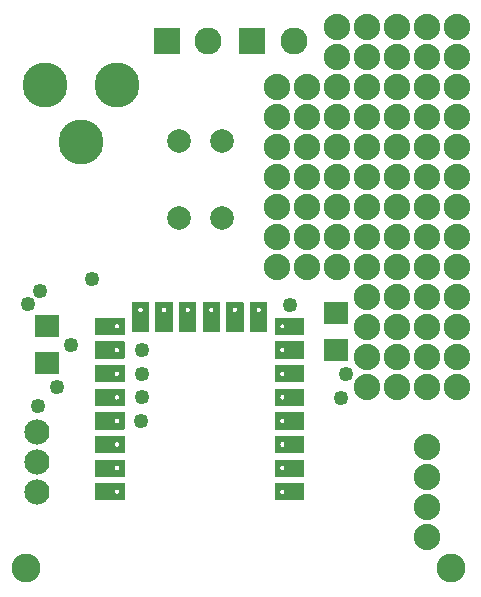
<source format=gbs>
G04 MADE WITH FRITZING*
G04 WWW.FRITZING.ORG*
G04 DOUBLE SIDED*
G04 HOLES PLATED*
G04 CONTOUR ON CENTER OF CONTOUR VECTOR*
%ASAXBY*%
%FSLAX23Y23*%
%MOIN*%
%OFA0B0*%
%SFA1.0B1.0*%
%ADD10C,0.078889*%
%ADD11C,0.088000*%
%ADD12C,0.049370*%
%ADD13C,0.096614*%
%ADD14C,0.084000*%
%ADD15C,0.150000*%
%ADD16C,0.090000*%
%ADD17R,0.090000X0.090000*%
%ADD18R,0.084803X0.072992*%
%ADD19R,0.001000X0.001000*%
%LNMASK0*%
G90*
G70*
G54D10*
X728Y1501D03*
X728Y1245D03*
X584Y1501D03*
X584Y1245D03*
G54D11*
X1411Y1881D03*
X1411Y1781D03*
X1411Y1681D03*
X1411Y1581D03*
X1411Y1481D03*
X1411Y1381D03*
X1411Y1281D03*
X1411Y1181D03*
X1411Y1081D03*
X1411Y981D03*
X1411Y881D03*
X1411Y781D03*
X1411Y681D03*
X1411Y1881D03*
X1411Y1781D03*
X1411Y1681D03*
X1411Y1581D03*
X1411Y1481D03*
X1411Y1381D03*
X1411Y1281D03*
X1411Y1181D03*
X1411Y1081D03*
X1411Y981D03*
X1411Y881D03*
X1411Y781D03*
X1411Y681D03*
X1311Y681D03*
X1311Y781D03*
X1311Y881D03*
X1311Y981D03*
X1311Y1081D03*
X1311Y1181D03*
X1311Y1281D03*
X1311Y1381D03*
X1311Y1481D03*
X1311Y1581D03*
X1311Y1681D03*
X1311Y1781D03*
X1311Y1881D03*
X1411Y1881D03*
X1411Y1781D03*
X1411Y1681D03*
X1411Y1581D03*
X1411Y1481D03*
X1411Y1381D03*
X1411Y1281D03*
X1411Y1181D03*
X1411Y1081D03*
X1411Y981D03*
X1411Y881D03*
X1411Y781D03*
X1411Y681D03*
X1411Y1881D03*
X1411Y1781D03*
X1411Y1681D03*
X1411Y1581D03*
X1411Y1481D03*
X1411Y1381D03*
X1411Y1281D03*
X1411Y1181D03*
X1411Y1081D03*
X1411Y981D03*
X1411Y881D03*
X1411Y781D03*
X1411Y681D03*
X1311Y681D03*
X1311Y781D03*
X1311Y881D03*
X1311Y981D03*
X1311Y1081D03*
X1311Y1181D03*
X1311Y1281D03*
X1311Y1381D03*
X1311Y1481D03*
X1311Y1581D03*
X1311Y1681D03*
X1311Y1781D03*
X1311Y1881D03*
X1211Y1881D03*
X1211Y1781D03*
X1211Y1681D03*
X1211Y1581D03*
X1211Y1481D03*
X1211Y1381D03*
X1211Y1281D03*
X1211Y1181D03*
X1211Y1081D03*
X1211Y981D03*
X1211Y881D03*
X1211Y781D03*
X1211Y681D03*
X1211Y1881D03*
X1211Y1781D03*
X1211Y1681D03*
X1211Y1581D03*
X1211Y1481D03*
X1211Y1381D03*
X1211Y1281D03*
X1211Y1181D03*
X1211Y1081D03*
X1211Y981D03*
X1211Y881D03*
X1211Y781D03*
X1211Y681D03*
X1111Y1881D03*
X1111Y1781D03*
X1111Y1681D03*
X1111Y1581D03*
X1111Y1481D03*
X1111Y1381D03*
X1111Y1281D03*
X1111Y1181D03*
X1111Y1081D03*
X1111Y1881D03*
X1111Y1781D03*
X1111Y1681D03*
X1111Y1581D03*
X1111Y1481D03*
X1111Y1381D03*
X1111Y1281D03*
X1111Y1181D03*
X1111Y1081D03*
X1511Y1881D03*
X1511Y1781D03*
X1511Y1681D03*
X1511Y1581D03*
X1511Y1481D03*
X1511Y1381D03*
X1511Y1281D03*
X1511Y1181D03*
X1511Y1081D03*
X1511Y981D03*
X1511Y881D03*
X1511Y781D03*
X1511Y681D03*
X1511Y1881D03*
X1511Y1781D03*
X1511Y1681D03*
X1511Y1581D03*
X1511Y1481D03*
X1511Y1381D03*
X1511Y1281D03*
X1511Y1181D03*
X1511Y1081D03*
X1511Y981D03*
X1511Y881D03*
X1511Y781D03*
X1511Y681D03*
X1011Y1681D03*
X1011Y1581D03*
X1011Y1481D03*
X1011Y1381D03*
X1011Y1281D03*
X1011Y1181D03*
X1011Y1081D03*
X1011Y1681D03*
X1011Y1581D03*
X1011Y1481D03*
X1011Y1381D03*
X1011Y1281D03*
X1011Y1181D03*
X1011Y1081D03*
X911Y1081D03*
X911Y1181D03*
X911Y1281D03*
X911Y1381D03*
X911Y1481D03*
X911Y1581D03*
X911Y1681D03*
X1011Y1681D03*
X1011Y1581D03*
X1011Y1481D03*
X1011Y1381D03*
X1011Y1281D03*
X1011Y1181D03*
X1011Y1081D03*
X1011Y1681D03*
X1011Y1581D03*
X1011Y1481D03*
X1011Y1381D03*
X1011Y1281D03*
X1011Y1181D03*
X1011Y1081D03*
X911Y1081D03*
X911Y1181D03*
X911Y1281D03*
X911Y1381D03*
X911Y1481D03*
X911Y1581D03*
X911Y1681D03*
G54D12*
X1141Y725D03*
X178Y681D03*
X123Y1001D03*
X224Y823D03*
X294Y1041D03*
X114Y620D03*
X83Y959D03*
G54D11*
X1411Y483D03*
X1411Y383D03*
X1411Y283D03*
X1411Y183D03*
G54D12*
X461Y726D03*
X461Y649D03*
X459Y568D03*
X461Y806D03*
G54D13*
X1491Y78D03*
X75Y80D03*
G54D14*
X112Y531D03*
X112Y431D03*
X112Y331D03*
G54D15*
X379Y1690D03*
X139Y1690D03*
X259Y1500D03*
G54D16*
X829Y1835D03*
X967Y1835D03*
X545Y1834D03*
X683Y1834D03*
G54D12*
X1125Y646D03*
X954Y954D03*
G54D17*
X829Y1835D03*
X545Y1834D03*
G54D18*
X1110Y928D03*
X1110Y806D03*
X144Y884D03*
X144Y762D03*
G54D19*
X429Y964D02*
X485Y964D01*
X507Y964D02*
X563Y964D01*
X586Y964D02*
X642Y964D01*
X665Y964D02*
X721Y964D01*
X743Y964D02*
X799Y964D01*
X822Y964D02*
X878Y964D01*
X428Y963D02*
X485Y963D01*
X507Y963D02*
X563Y963D01*
X586Y963D02*
X642Y963D01*
X665Y963D02*
X721Y963D01*
X743Y963D02*
X800Y963D01*
X822Y963D02*
X878Y963D01*
X428Y962D02*
X485Y962D01*
X507Y962D02*
X563Y962D01*
X586Y962D02*
X642Y962D01*
X665Y962D02*
X721Y962D01*
X743Y962D02*
X800Y962D01*
X822Y962D02*
X878Y962D01*
X428Y961D02*
X485Y961D01*
X507Y961D02*
X563Y961D01*
X586Y961D02*
X642Y961D01*
X665Y961D02*
X721Y961D01*
X743Y961D02*
X800Y961D01*
X822Y961D02*
X878Y961D01*
X428Y960D02*
X485Y960D01*
X507Y960D02*
X563Y960D01*
X586Y960D02*
X642Y960D01*
X665Y960D02*
X721Y960D01*
X743Y960D02*
X800Y960D01*
X822Y960D02*
X878Y960D01*
X428Y959D02*
X485Y959D01*
X507Y959D02*
X563Y959D01*
X586Y959D02*
X642Y959D01*
X665Y959D02*
X721Y959D01*
X743Y959D02*
X800Y959D01*
X822Y959D02*
X878Y959D01*
X428Y958D02*
X485Y958D01*
X507Y958D02*
X563Y958D01*
X586Y958D02*
X642Y958D01*
X665Y958D02*
X721Y958D01*
X743Y958D02*
X800Y958D01*
X822Y958D02*
X878Y958D01*
X428Y957D02*
X485Y957D01*
X507Y957D02*
X563Y957D01*
X586Y957D02*
X642Y957D01*
X665Y957D02*
X721Y957D01*
X743Y957D02*
X800Y957D01*
X822Y957D02*
X878Y957D01*
X428Y956D02*
X485Y956D01*
X507Y956D02*
X563Y956D01*
X586Y956D02*
X642Y956D01*
X665Y956D02*
X721Y956D01*
X743Y956D02*
X800Y956D01*
X822Y956D02*
X878Y956D01*
X428Y955D02*
X485Y955D01*
X507Y955D02*
X563Y955D01*
X586Y955D02*
X642Y955D01*
X665Y955D02*
X721Y955D01*
X743Y955D02*
X800Y955D01*
X822Y955D02*
X878Y955D01*
X428Y954D02*
X485Y954D01*
X507Y954D02*
X563Y954D01*
X586Y954D02*
X642Y954D01*
X665Y954D02*
X721Y954D01*
X743Y954D02*
X800Y954D01*
X822Y954D02*
X878Y954D01*
X428Y953D02*
X485Y953D01*
X507Y953D02*
X563Y953D01*
X586Y953D02*
X642Y953D01*
X665Y953D02*
X721Y953D01*
X743Y953D02*
X800Y953D01*
X822Y953D02*
X878Y953D01*
X428Y952D02*
X485Y952D01*
X507Y952D02*
X563Y952D01*
X586Y952D02*
X642Y952D01*
X665Y952D02*
X721Y952D01*
X743Y952D02*
X800Y952D01*
X822Y952D02*
X878Y952D01*
X428Y951D02*
X485Y951D01*
X507Y951D02*
X563Y951D01*
X586Y951D02*
X642Y951D01*
X665Y951D02*
X721Y951D01*
X743Y951D02*
X800Y951D01*
X822Y951D02*
X878Y951D01*
X428Y950D02*
X485Y950D01*
X507Y950D02*
X563Y950D01*
X586Y950D02*
X642Y950D01*
X665Y950D02*
X721Y950D01*
X743Y950D02*
X800Y950D01*
X822Y950D02*
X878Y950D01*
X428Y949D02*
X485Y949D01*
X507Y949D02*
X563Y949D01*
X586Y949D02*
X642Y949D01*
X665Y949D02*
X721Y949D01*
X743Y949D02*
X800Y949D01*
X822Y949D02*
X878Y949D01*
X428Y948D02*
X485Y948D01*
X507Y948D02*
X563Y948D01*
X586Y948D02*
X642Y948D01*
X665Y948D02*
X721Y948D01*
X743Y948D02*
X800Y948D01*
X822Y948D02*
X878Y948D01*
X428Y947D02*
X485Y947D01*
X507Y947D02*
X563Y947D01*
X586Y947D02*
X642Y947D01*
X665Y947D02*
X721Y947D01*
X743Y947D02*
X800Y947D01*
X822Y947D02*
X878Y947D01*
X428Y946D02*
X454Y946D01*
X459Y946D02*
X485Y946D01*
X507Y946D02*
X532Y946D01*
X538Y946D02*
X563Y946D01*
X586Y946D02*
X611Y946D01*
X617Y946D02*
X642Y946D01*
X665Y946D02*
X690Y946D01*
X696Y946D02*
X721Y946D01*
X743Y946D02*
X769Y946D01*
X774Y946D02*
X800Y946D01*
X822Y946D02*
X847Y946D01*
X853Y946D02*
X878Y946D01*
X428Y945D02*
X451Y945D01*
X462Y945D02*
X485Y945D01*
X507Y945D02*
X530Y945D01*
X540Y945D02*
X563Y945D01*
X586Y945D02*
X609Y945D01*
X619Y945D02*
X642Y945D01*
X665Y945D02*
X688Y945D01*
X698Y945D02*
X721Y945D01*
X743Y945D02*
X766Y945D01*
X776Y945D02*
X800Y945D01*
X822Y945D02*
X845Y945D01*
X855Y945D02*
X878Y945D01*
X428Y944D02*
X450Y944D01*
X463Y944D02*
X485Y944D01*
X507Y944D02*
X529Y944D01*
X541Y944D02*
X563Y944D01*
X586Y944D02*
X608Y944D01*
X620Y944D02*
X642Y944D01*
X665Y944D02*
X687Y944D01*
X699Y944D02*
X721Y944D01*
X743Y944D02*
X765Y944D01*
X778Y944D02*
X800Y944D01*
X822Y944D02*
X844Y944D01*
X856Y944D02*
X878Y944D01*
X428Y943D02*
X450Y943D01*
X463Y943D02*
X485Y943D01*
X507Y943D02*
X528Y943D01*
X542Y943D02*
X563Y943D01*
X586Y943D02*
X607Y943D01*
X621Y943D02*
X642Y943D01*
X665Y943D02*
X686Y943D01*
X700Y943D02*
X721Y943D01*
X743Y943D02*
X765Y943D01*
X778Y943D02*
X800Y943D01*
X822Y943D02*
X843Y943D01*
X857Y943D02*
X878Y943D01*
X428Y942D02*
X449Y942D01*
X464Y942D02*
X485Y942D01*
X507Y942D02*
X528Y942D01*
X543Y942D02*
X563Y942D01*
X586Y942D02*
X607Y942D01*
X621Y942D02*
X642Y942D01*
X665Y942D02*
X685Y942D01*
X700Y942D02*
X721Y942D01*
X743Y942D02*
X764Y942D01*
X779Y942D02*
X800Y942D01*
X822Y942D02*
X843Y942D01*
X857Y942D02*
X878Y942D01*
X428Y941D02*
X449Y941D01*
X464Y941D02*
X485Y941D01*
X507Y941D02*
X528Y941D01*
X543Y941D02*
X563Y941D01*
X586Y941D02*
X607Y941D01*
X621Y941D02*
X642Y941D01*
X665Y941D02*
X685Y941D01*
X700Y941D02*
X721Y941D01*
X743Y941D02*
X764Y941D01*
X779Y941D02*
X800Y941D01*
X822Y941D02*
X843Y941D01*
X858Y941D02*
X878Y941D01*
X428Y940D02*
X449Y940D01*
X464Y940D02*
X485Y940D01*
X507Y940D02*
X528Y940D01*
X543Y940D02*
X563Y940D01*
X586Y940D02*
X606Y940D01*
X622Y940D02*
X642Y940D01*
X665Y940D02*
X685Y940D01*
X700Y940D02*
X721Y940D01*
X743Y940D02*
X764Y940D01*
X779Y940D02*
X800Y940D01*
X822Y940D02*
X842Y940D01*
X858Y940D02*
X878Y940D01*
X428Y939D02*
X449Y939D01*
X464Y939D02*
X485Y939D01*
X507Y939D02*
X528Y939D01*
X543Y939D02*
X563Y939D01*
X586Y939D02*
X606Y939D01*
X622Y939D02*
X642Y939D01*
X665Y939D02*
X685Y939D01*
X700Y939D02*
X721Y939D01*
X743Y939D02*
X764Y939D01*
X779Y939D02*
X800Y939D01*
X822Y939D02*
X842Y939D01*
X858Y939D02*
X878Y939D01*
X428Y938D02*
X449Y938D01*
X464Y938D02*
X485Y938D01*
X507Y938D02*
X528Y938D01*
X543Y938D02*
X563Y938D01*
X586Y938D02*
X606Y938D01*
X622Y938D02*
X642Y938D01*
X665Y938D02*
X685Y938D01*
X700Y938D02*
X721Y938D01*
X743Y938D02*
X764Y938D01*
X779Y938D02*
X800Y938D01*
X822Y938D02*
X843Y938D01*
X858Y938D02*
X878Y938D01*
X428Y937D02*
X449Y937D01*
X464Y937D02*
X485Y937D01*
X507Y937D02*
X528Y937D01*
X543Y937D02*
X563Y937D01*
X586Y937D02*
X607Y937D01*
X621Y937D02*
X642Y937D01*
X665Y937D02*
X685Y937D01*
X700Y937D02*
X721Y937D01*
X743Y937D02*
X764Y937D01*
X779Y937D02*
X800Y937D01*
X822Y937D02*
X843Y937D01*
X858Y937D02*
X878Y937D01*
X428Y936D02*
X449Y936D01*
X464Y936D02*
X485Y936D01*
X507Y936D02*
X528Y936D01*
X542Y936D02*
X563Y936D01*
X586Y936D02*
X607Y936D01*
X621Y936D02*
X642Y936D01*
X665Y936D02*
X686Y936D01*
X700Y936D02*
X721Y936D01*
X743Y936D02*
X764Y936D01*
X779Y936D02*
X800Y936D01*
X822Y936D02*
X843Y936D01*
X857Y936D02*
X878Y936D01*
X428Y935D02*
X450Y935D01*
X463Y935D02*
X485Y935D01*
X507Y935D02*
X529Y935D01*
X542Y935D02*
X563Y935D01*
X586Y935D02*
X607Y935D01*
X621Y935D02*
X642Y935D01*
X665Y935D02*
X686Y935D01*
X699Y935D02*
X721Y935D01*
X743Y935D02*
X765Y935D01*
X778Y935D02*
X800Y935D01*
X822Y935D02*
X843Y935D01*
X857Y935D02*
X878Y935D01*
X428Y934D02*
X451Y934D01*
X463Y934D02*
X485Y934D01*
X507Y934D02*
X529Y934D01*
X541Y934D02*
X563Y934D01*
X586Y934D02*
X608Y934D01*
X620Y934D02*
X642Y934D01*
X665Y934D02*
X687Y934D01*
X699Y934D02*
X721Y934D01*
X743Y934D02*
X765Y934D01*
X777Y934D02*
X800Y934D01*
X822Y934D02*
X844Y934D01*
X856Y934D02*
X878Y934D01*
X428Y933D02*
X452Y933D01*
X461Y933D02*
X485Y933D01*
X507Y933D02*
X531Y933D01*
X540Y933D02*
X563Y933D01*
X586Y933D02*
X609Y933D01*
X619Y933D02*
X642Y933D01*
X665Y933D02*
X688Y933D01*
X697Y933D02*
X721Y933D01*
X743Y933D02*
X767Y933D01*
X776Y933D02*
X800Y933D01*
X822Y933D02*
X845Y933D01*
X855Y933D02*
X878Y933D01*
X428Y932D02*
X485Y932D01*
X507Y932D02*
X563Y932D01*
X586Y932D02*
X642Y932D01*
X665Y932D02*
X721Y932D01*
X743Y932D02*
X800Y932D01*
X822Y932D02*
X878Y932D01*
X428Y931D02*
X485Y931D01*
X507Y931D02*
X563Y931D01*
X586Y931D02*
X642Y931D01*
X665Y931D02*
X721Y931D01*
X743Y931D02*
X800Y931D01*
X822Y931D02*
X878Y931D01*
X428Y930D02*
X485Y930D01*
X507Y930D02*
X563Y930D01*
X586Y930D02*
X642Y930D01*
X665Y930D02*
X721Y930D01*
X743Y930D02*
X800Y930D01*
X822Y930D02*
X878Y930D01*
X428Y929D02*
X485Y929D01*
X507Y929D02*
X563Y929D01*
X586Y929D02*
X642Y929D01*
X665Y929D02*
X721Y929D01*
X743Y929D02*
X800Y929D01*
X822Y929D02*
X878Y929D01*
X428Y928D02*
X485Y928D01*
X507Y928D02*
X563Y928D01*
X586Y928D02*
X642Y928D01*
X665Y928D02*
X721Y928D01*
X743Y928D02*
X800Y928D01*
X822Y928D02*
X878Y928D01*
X428Y927D02*
X485Y927D01*
X507Y927D02*
X563Y927D01*
X586Y927D02*
X642Y927D01*
X665Y927D02*
X721Y927D01*
X743Y927D02*
X800Y927D01*
X822Y927D02*
X878Y927D01*
X428Y926D02*
X485Y926D01*
X507Y926D02*
X563Y926D01*
X586Y926D02*
X642Y926D01*
X665Y926D02*
X721Y926D01*
X743Y926D02*
X800Y926D01*
X822Y926D02*
X878Y926D01*
X428Y925D02*
X485Y925D01*
X507Y925D02*
X563Y925D01*
X586Y925D02*
X642Y925D01*
X665Y925D02*
X721Y925D01*
X743Y925D02*
X800Y925D01*
X822Y925D02*
X878Y925D01*
X428Y924D02*
X485Y924D01*
X507Y924D02*
X563Y924D01*
X586Y924D02*
X642Y924D01*
X665Y924D02*
X721Y924D01*
X743Y924D02*
X800Y924D01*
X822Y924D02*
X878Y924D01*
X428Y923D02*
X485Y923D01*
X507Y923D02*
X563Y923D01*
X586Y923D02*
X642Y923D01*
X665Y923D02*
X721Y923D01*
X743Y923D02*
X800Y923D01*
X822Y923D02*
X878Y923D01*
X428Y922D02*
X485Y922D01*
X507Y922D02*
X563Y922D01*
X586Y922D02*
X642Y922D01*
X665Y922D02*
X721Y922D01*
X743Y922D02*
X800Y922D01*
X822Y922D02*
X878Y922D01*
X428Y921D02*
X485Y921D01*
X507Y921D02*
X563Y921D01*
X586Y921D02*
X642Y921D01*
X665Y921D02*
X721Y921D01*
X743Y921D02*
X800Y921D01*
X822Y921D02*
X878Y921D01*
X428Y920D02*
X485Y920D01*
X507Y920D02*
X563Y920D01*
X586Y920D02*
X642Y920D01*
X665Y920D02*
X721Y920D01*
X743Y920D02*
X800Y920D01*
X822Y920D02*
X878Y920D01*
X428Y919D02*
X485Y919D01*
X507Y919D02*
X563Y919D01*
X586Y919D02*
X642Y919D01*
X665Y919D02*
X721Y919D01*
X743Y919D02*
X800Y919D01*
X822Y919D02*
X878Y919D01*
X428Y918D02*
X485Y918D01*
X507Y918D02*
X563Y918D01*
X586Y918D02*
X642Y918D01*
X665Y918D02*
X721Y918D01*
X743Y918D02*
X800Y918D01*
X822Y918D02*
X878Y918D01*
X428Y917D02*
X485Y917D01*
X507Y917D02*
X563Y917D01*
X586Y917D02*
X642Y917D01*
X665Y917D02*
X721Y917D01*
X743Y917D02*
X800Y917D01*
X822Y917D02*
X878Y917D01*
X428Y916D02*
X485Y916D01*
X507Y916D02*
X563Y916D01*
X586Y916D02*
X642Y916D01*
X665Y916D02*
X721Y916D01*
X743Y916D02*
X800Y916D01*
X822Y916D02*
X878Y916D01*
X428Y915D02*
X485Y915D01*
X507Y915D02*
X563Y915D01*
X586Y915D02*
X642Y915D01*
X665Y915D02*
X721Y915D01*
X743Y915D02*
X800Y915D01*
X822Y915D02*
X878Y915D01*
X428Y914D02*
X485Y914D01*
X507Y914D02*
X563Y914D01*
X586Y914D02*
X642Y914D01*
X665Y914D02*
X721Y914D01*
X743Y914D02*
X800Y914D01*
X822Y914D02*
X878Y914D01*
X428Y913D02*
X485Y913D01*
X507Y913D02*
X563Y913D01*
X586Y913D02*
X642Y913D01*
X665Y913D02*
X721Y913D01*
X743Y913D02*
X800Y913D01*
X822Y913D02*
X878Y913D01*
X305Y912D02*
X403Y912D01*
X428Y912D02*
X485Y912D01*
X507Y912D02*
X563Y912D01*
X586Y912D02*
X642Y912D01*
X665Y912D02*
X721Y912D01*
X743Y912D02*
X800Y912D01*
X822Y912D02*
X878Y912D01*
X905Y912D02*
X1002Y912D01*
X305Y911D02*
X403Y911D01*
X428Y911D02*
X485Y911D01*
X507Y911D02*
X563Y911D01*
X586Y911D02*
X642Y911D01*
X665Y911D02*
X721Y911D01*
X743Y911D02*
X800Y911D01*
X822Y911D02*
X878Y911D01*
X905Y911D02*
X1002Y911D01*
X305Y910D02*
X403Y910D01*
X428Y910D02*
X485Y910D01*
X507Y910D02*
X563Y910D01*
X586Y910D02*
X642Y910D01*
X665Y910D02*
X721Y910D01*
X743Y910D02*
X800Y910D01*
X822Y910D02*
X878Y910D01*
X905Y910D02*
X1002Y910D01*
X305Y909D02*
X403Y909D01*
X428Y909D02*
X485Y909D01*
X507Y909D02*
X563Y909D01*
X586Y909D02*
X642Y909D01*
X665Y909D02*
X721Y909D01*
X743Y909D02*
X800Y909D01*
X822Y909D02*
X878Y909D01*
X905Y909D02*
X1002Y909D01*
X305Y908D02*
X403Y908D01*
X428Y908D02*
X485Y908D01*
X507Y908D02*
X563Y908D01*
X586Y908D02*
X642Y908D01*
X665Y908D02*
X721Y908D01*
X743Y908D02*
X800Y908D01*
X822Y908D02*
X878Y908D01*
X905Y908D02*
X1002Y908D01*
X305Y907D02*
X403Y907D01*
X428Y907D02*
X485Y907D01*
X507Y907D02*
X563Y907D01*
X586Y907D02*
X642Y907D01*
X665Y907D02*
X721Y907D01*
X743Y907D02*
X800Y907D01*
X822Y907D02*
X878Y907D01*
X905Y907D02*
X1002Y907D01*
X305Y906D02*
X403Y906D01*
X428Y906D02*
X485Y906D01*
X507Y906D02*
X563Y906D01*
X586Y906D02*
X642Y906D01*
X665Y906D02*
X721Y906D01*
X743Y906D02*
X800Y906D01*
X822Y906D02*
X878Y906D01*
X905Y906D02*
X1002Y906D01*
X305Y905D02*
X403Y905D01*
X428Y905D02*
X485Y905D01*
X507Y905D02*
X563Y905D01*
X586Y905D02*
X642Y905D01*
X665Y905D02*
X721Y905D01*
X743Y905D02*
X800Y905D01*
X822Y905D02*
X878Y905D01*
X905Y905D02*
X1002Y905D01*
X305Y904D02*
X403Y904D01*
X428Y904D02*
X485Y904D01*
X507Y904D02*
X563Y904D01*
X586Y904D02*
X642Y904D01*
X665Y904D02*
X721Y904D01*
X743Y904D02*
X800Y904D01*
X822Y904D02*
X878Y904D01*
X905Y904D02*
X1002Y904D01*
X305Y903D02*
X403Y903D01*
X428Y903D02*
X485Y903D01*
X507Y903D02*
X563Y903D01*
X586Y903D02*
X642Y903D01*
X665Y903D02*
X721Y903D01*
X743Y903D02*
X800Y903D01*
X822Y903D02*
X878Y903D01*
X905Y903D02*
X1002Y903D01*
X305Y902D02*
X403Y902D01*
X428Y902D02*
X485Y902D01*
X507Y902D02*
X563Y902D01*
X586Y902D02*
X642Y902D01*
X665Y902D02*
X721Y902D01*
X743Y902D02*
X800Y902D01*
X822Y902D02*
X878Y902D01*
X905Y902D02*
X1002Y902D01*
X305Y901D02*
X403Y901D01*
X428Y901D02*
X485Y901D01*
X507Y901D02*
X563Y901D01*
X586Y901D02*
X642Y901D01*
X665Y901D02*
X721Y901D01*
X743Y901D02*
X800Y901D01*
X822Y901D02*
X878Y901D01*
X905Y901D02*
X1002Y901D01*
X305Y900D02*
X403Y900D01*
X428Y900D02*
X485Y900D01*
X507Y900D02*
X563Y900D01*
X586Y900D02*
X642Y900D01*
X665Y900D02*
X721Y900D01*
X743Y900D02*
X800Y900D01*
X822Y900D02*
X878Y900D01*
X905Y900D02*
X1002Y900D01*
X305Y899D02*
X403Y899D01*
X428Y899D02*
X485Y899D01*
X507Y899D02*
X563Y899D01*
X586Y899D02*
X642Y899D01*
X665Y899D02*
X721Y899D01*
X743Y899D02*
X800Y899D01*
X822Y899D02*
X878Y899D01*
X905Y899D02*
X1002Y899D01*
X305Y898D02*
X403Y898D01*
X428Y898D02*
X485Y898D01*
X507Y898D02*
X563Y898D01*
X586Y898D02*
X642Y898D01*
X665Y898D02*
X721Y898D01*
X743Y898D02*
X800Y898D01*
X822Y898D02*
X878Y898D01*
X905Y898D02*
X1002Y898D01*
X305Y897D02*
X403Y897D01*
X428Y897D02*
X485Y897D01*
X507Y897D02*
X563Y897D01*
X586Y897D02*
X642Y897D01*
X665Y897D02*
X721Y897D01*
X743Y897D02*
X800Y897D01*
X822Y897D02*
X878Y897D01*
X905Y897D02*
X1002Y897D01*
X305Y896D02*
X403Y896D01*
X428Y896D02*
X485Y896D01*
X507Y896D02*
X563Y896D01*
X586Y896D02*
X642Y896D01*
X665Y896D02*
X721Y896D01*
X743Y896D02*
X800Y896D01*
X822Y896D02*
X878Y896D01*
X905Y896D02*
X1002Y896D01*
X305Y895D02*
X403Y895D01*
X428Y895D02*
X485Y895D01*
X507Y895D02*
X563Y895D01*
X586Y895D02*
X642Y895D01*
X665Y895D02*
X721Y895D01*
X743Y895D02*
X800Y895D01*
X822Y895D02*
X878Y895D01*
X905Y895D02*
X1002Y895D01*
X305Y894D02*
X403Y894D01*
X428Y894D02*
X485Y894D01*
X507Y894D02*
X563Y894D01*
X586Y894D02*
X642Y894D01*
X665Y894D02*
X721Y894D01*
X743Y894D02*
X800Y894D01*
X822Y894D02*
X878Y894D01*
X905Y894D02*
X1002Y894D01*
X305Y893D02*
X403Y893D01*
X428Y893D02*
X485Y893D01*
X507Y893D02*
X563Y893D01*
X586Y893D02*
X642Y893D01*
X665Y893D02*
X721Y893D01*
X743Y893D02*
X800Y893D01*
X822Y893D02*
X878Y893D01*
X905Y893D02*
X1002Y893D01*
X305Y892D02*
X403Y892D01*
X428Y892D02*
X485Y892D01*
X507Y892D02*
X563Y892D01*
X586Y892D02*
X642Y892D01*
X665Y892D02*
X721Y892D01*
X743Y892D02*
X800Y892D01*
X822Y892D02*
X878Y892D01*
X905Y892D02*
X1002Y892D01*
X305Y891D02*
X375Y891D01*
X381Y891D02*
X403Y891D01*
X428Y891D02*
X485Y891D01*
X507Y891D02*
X563Y891D01*
X586Y891D02*
X642Y891D01*
X665Y891D02*
X721Y891D01*
X743Y891D02*
X800Y891D01*
X822Y891D02*
X878Y891D01*
X905Y891D02*
X927Y891D01*
X933Y891D02*
X1002Y891D01*
X305Y890D02*
X373Y890D01*
X383Y890D02*
X403Y890D01*
X428Y890D02*
X485Y890D01*
X507Y890D02*
X563Y890D01*
X586Y890D02*
X642Y890D01*
X665Y890D02*
X721Y890D01*
X743Y890D02*
X800Y890D01*
X822Y890D02*
X878Y890D01*
X905Y890D02*
X925Y890D01*
X935Y890D02*
X1002Y890D01*
X305Y889D02*
X372Y889D01*
X384Y889D02*
X403Y889D01*
X428Y889D02*
X485Y889D01*
X507Y889D02*
X563Y889D01*
X586Y889D02*
X642Y889D01*
X665Y889D02*
X721Y889D01*
X743Y889D02*
X800Y889D01*
X822Y889D02*
X878Y889D01*
X905Y889D02*
X924Y889D01*
X936Y889D02*
X1002Y889D01*
X305Y888D02*
X371Y888D01*
X385Y888D02*
X403Y888D01*
X428Y888D02*
X485Y888D01*
X507Y888D02*
X563Y888D01*
X586Y888D02*
X642Y888D01*
X665Y888D02*
X721Y888D01*
X743Y888D02*
X800Y888D01*
X822Y888D02*
X878Y888D01*
X905Y888D02*
X923Y888D01*
X937Y888D02*
X1002Y888D01*
X305Y887D02*
X370Y887D01*
X385Y887D02*
X403Y887D01*
X428Y887D02*
X485Y887D01*
X507Y887D02*
X563Y887D01*
X586Y887D02*
X642Y887D01*
X665Y887D02*
X721Y887D01*
X743Y887D02*
X800Y887D01*
X822Y887D02*
X878Y887D01*
X905Y887D02*
X923Y887D01*
X937Y887D02*
X1002Y887D01*
X305Y886D02*
X370Y886D01*
X385Y886D02*
X403Y886D01*
X428Y886D02*
X485Y886D01*
X507Y886D02*
X563Y886D01*
X586Y886D02*
X642Y886D01*
X665Y886D02*
X721Y886D01*
X743Y886D02*
X800Y886D01*
X822Y886D02*
X878Y886D01*
X905Y886D02*
X922Y886D01*
X937Y886D02*
X1002Y886D01*
X305Y885D02*
X370Y885D01*
X385Y885D02*
X403Y885D01*
X428Y885D02*
X485Y885D01*
X507Y885D02*
X563Y885D01*
X586Y885D02*
X642Y885D01*
X665Y885D02*
X721Y885D01*
X743Y885D02*
X800Y885D01*
X822Y885D02*
X878Y885D01*
X905Y885D02*
X922Y885D01*
X937Y885D02*
X1002Y885D01*
X305Y884D02*
X370Y884D01*
X385Y884D02*
X403Y884D01*
X428Y884D02*
X485Y884D01*
X507Y884D02*
X563Y884D01*
X586Y884D02*
X642Y884D01*
X665Y884D02*
X721Y884D01*
X743Y884D02*
X800Y884D01*
X822Y884D02*
X878Y884D01*
X905Y884D02*
X922Y884D01*
X937Y884D02*
X1002Y884D01*
X305Y883D02*
X370Y883D01*
X385Y883D02*
X403Y883D01*
X428Y883D02*
X485Y883D01*
X507Y883D02*
X563Y883D01*
X586Y883D02*
X642Y883D01*
X665Y883D02*
X721Y883D01*
X743Y883D02*
X800Y883D01*
X822Y883D02*
X878Y883D01*
X905Y883D02*
X922Y883D01*
X937Y883D02*
X1002Y883D01*
X305Y882D02*
X370Y882D01*
X385Y882D02*
X403Y882D01*
X428Y882D02*
X485Y882D01*
X507Y882D02*
X563Y882D01*
X586Y882D02*
X642Y882D01*
X665Y882D02*
X721Y882D01*
X743Y882D02*
X800Y882D01*
X822Y882D02*
X878Y882D01*
X905Y882D02*
X922Y882D01*
X937Y882D02*
X1002Y882D01*
X305Y881D02*
X371Y881D01*
X385Y881D02*
X403Y881D01*
X428Y881D02*
X485Y881D01*
X507Y881D02*
X563Y881D01*
X586Y881D02*
X642Y881D01*
X665Y881D02*
X721Y881D01*
X743Y881D02*
X800Y881D01*
X822Y881D02*
X878Y881D01*
X905Y881D02*
X923Y881D01*
X937Y881D02*
X1002Y881D01*
X305Y880D02*
X371Y880D01*
X384Y880D02*
X403Y880D01*
X428Y880D02*
X485Y880D01*
X507Y880D02*
X563Y880D01*
X586Y880D02*
X642Y880D01*
X665Y880D02*
X721Y880D01*
X743Y880D02*
X800Y880D01*
X822Y880D02*
X878Y880D01*
X905Y880D02*
X923Y880D01*
X936Y880D02*
X1002Y880D01*
X305Y879D02*
X372Y879D01*
X384Y879D02*
X403Y879D01*
X428Y879D02*
X485Y879D01*
X507Y879D02*
X563Y879D01*
X586Y879D02*
X642Y879D01*
X665Y879D02*
X721Y879D01*
X743Y879D02*
X800Y879D01*
X822Y879D02*
X878Y879D01*
X905Y879D02*
X924Y879D01*
X936Y879D02*
X1002Y879D01*
X305Y878D02*
X373Y878D01*
X382Y878D02*
X403Y878D01*
X428Y878D02*
X485Y878D01*
X507Y878D02*
X563Y878D01*
X586Y878D02*
X642Y878D01*
X665Y878D02*
X721Y878D01*
X743Y878D02*
X800Y878D01*
X822Y878D02*
X878Y878D01*
X905Y878D02*
X925Y878D01*
X934Y878D02*
X1002Y878D01*
X305Y877D02*
X403Y877D01*
X428Y877D02*
X485Y877D01*
X507Y877D02*
X563Y877D01*
X586Y877D02*
X642Y877D01*
X665Y877D02*
X721Y877D01*
X743Y877D02*
X800Y877D01*
X822Y877D02*
X878Y877D01*
X905Y877D02*
X1002Y877D01*
X305Y876D02*
X403Y876D01*
X428Y876D02*
X485Y876D01*
X507Y876D02*
X563Y876D01*
X586Y876D02*
X642Y876D01*
X665Y876D02*
X721Y876D01*
X743Y876D02*
X800Y876D01*
X822Y876D02*
X878Y876D01*
X905Y876D02*
X1002Y876D01*
X305Y875D02*
X403Y875D01*
X428Y875D02*
X485Y875D01*
X507Y875D02*
X563Y875D01*
X586Y875D02*
X642Y875D01*
X665Y875D02*
X721Y875D01*
X743Y875D02*
X800Y875D01*
X822Y875D02*
X878Y875D01*
X905Y875D02*
X1002Y875D01*
X305Y874D02*
X403Y874D01*
X428Y874D02*
X485Y874D01*
X507Y874D02*
X563Y874D01*
X586Y874D02*
X642Y874D01*
X665Y874D02*
X721Y874D01*
X743Y874D02*
X800Y874D01*
X822Y874D02*
X878Y874D01*
X905Y874D02*
X1002Y874D01*
X305Y873D02*
X403Y873D01*
X428Y873D02*
X485Y873D01*
X507Y873D02*
X563Y873D01*
X586Y873D02*
X642Y873D01*
X665Y873D02*
X721Y873D01*
X743Y873D02*
X800Y873D01*
X822Y873D02*
X878Y873D01*
X905Y873D02*
X1002Y873D01*
X305Y872D02*
X403Y872D01*
X428Y872D02*
X485Y872D01*
X507Y872D02*
X563Y872D01*
X586Y872D02*
X642Y872D01*
X665Y872D02*
X721Y872D01*
X743Y872D02*
X800Y872D01*
X822Y872D02*
X878Y872D01*
X905Y872D02*
X1002Y872D01*
X305Y871D02*
X403Y871D01*
X428Y871D02*
X485Y871D01*
X507Y871D02*
X563Y871D01*
X586Y871D02*
X642Y871D01*
X665Y871D02*
X721Y871D01*
X743Y871D02*
X800Y871D01*
X822Y871D02*
X878Y871D01*
X905Y871D02*
X1002Y871D01*
X305Y870D02*
X403Y870D01*
X428Y870D02*
X485Y870D01*
X507Y870D02*
X563Y870D01*
X586Y870D02*
X642Y870D01*
X665Y870D02*
X721Y870D01*
X743Y870D02*
X800Y870D01*
X822Y870D02*
X878Y870D01*
X905Y870D02*
X1002Y870D01*
X305Y869D02*
X403Y869D01*
X428Y869D02*
X485Y869D01*
X507Y869D02*
X563Y869D01*
X586Y869D02*
X642Y869D01*
X665Y869D02*
X721Y869D01*
X743Y869D02*
X800Y869D01*
X822Y869D02*
X878Y869D01*
X905Y869D02*
X1002Y869D01*
X305Y868D02*
X403Y868D01*
X428Y868D02*
X485Y868D01*
X507Y868D02*
X563Y868D01*
X586Y868D02*
X642Y868D01*
X665Y868D02*
X721Y868D01*
X743Y868D02*
X800Y868D01*
X822Y868D02*
X878Y868D01*
X905Y868D02*
X1002Y868D01*
X305Y867D02*
X403Y867D01*
X428Y867D02*
X485Y867D01*
X507Y867D02*
X563Y867D01*
X586Y867D02*
X642Y867D01*
X665Y867D02*
X721Y867D01*
X743Y867D02*
X800Y867D01*
X822Y867D02*
X878Y867D01*
X905Y867D02*
X1002Y867D01*
X305Y866D02*
X403Y866D01*
X429Y866D02*
X484Y866D01*
X508Y866D02*
X563Y866D01*
X586Y866D02*
X642Y866D01*
X665Y866D02*
X720Y866D01*
X744Y866D02*
X799Y866D01*
X822Y866D02*
X878Y866D01*
X905Y866D02*
X1002Y866D01*
X305Y865D02*
X403Y865D01*
X905Y865D02*
X1002Y865D01*
X305Y864D02*
X403Y864D01*
X905Y864D02*
X1002Y864D01*
X305Y863D02*
X403Y863D01*
X905Y863D02*
X1002Y863D01*
X305Y862D02*
X403Y862D01*
X905Y862D02*
X1002Y862D01*
X305Y861D02*
X403Y861D01*
X905Y861D02*
X1002Y861D01*
X305Y860D02*
X403Y860D01*
X905Y860D02*
X1002Y860D01*
X305Y859D02*
X403Y859D01*
X905Y859D02*
X1002Y859D01*
X305Y858D02*
X403Y858D01*
X905Y858D02*
X1002Y858D01*
X305Y857D02*
X403Y857D01*
X905Y857D02*
X1002Y857D01*
X305Y856D02*
X403Y856D01*
X905Y856D02*
X1002Y856D01*
X305Y834D02*
X402Y834D01*
X905Y834D02*
X1002Y834D01*
X305Y833D02*
X403Y833D01*
X905Y833D02*
X1002Y833D01*
X305Y832D02*
X403Y832D01*
X905Y832D02*
X1002Y832D01*
X305Y831D02*
X403Y831D01*
X905Y831D02*
X1002Y831D01*
X305Y830D02*
X403Y830D01*
X905Y830D02*
X1002Y830D01*
X305Y829D02*
X403Y829D01*
X905Y829D02*
X1002Y829D01*
X305Y828D02*
X403Y828D01*
X905Y828D02*
X1002Y828D01*
X305Y827D02*
X403Y827D01*
X905Y827D02*
X1002Y827D01*
X305Y826D02*
X403Y826D01*
X905Y826D02*
X1002Y826D01*
X305Y825D02*
X403Y825D01*
X905Y825D02*
X1002Y825D01*
X305Y824D02*
X403Y824D01*
X905Y824D02*
X1002Y824D01*
X305Y823D02*
X403Y823D01*
X905Y823D02*
X1002Y823D01*
X305Y822D02*
X403Y822D01*
X905Y822D02*
X1002Y822D01*
X305Y821D02*
X403Y821D01*
X905Y821D02*
X1002Y821D01*
X305Y820D02*
X403Y820D01*
X905Y820D02*
X1002Y820D01*
X305Y819D02*
X403Y819D01*
X905Y819D02*
X1002Y819D01*
X305Y818D02*
X403Y818D01*
X905Y818D02*
X1002Y818D01*
X305Y817D02*
X403Y817D01*
X905Y817D02*
X1002Y817D01*
X305Y816D02*
X403Y816D01*
X905Y816D02*
X1002Y816D01*
X305Y815D02*
X403Y815D01*
X905Y815D02*
X1002Y815D01*
X305Y814D02*
X403Y814D01*
X905Y814D02*
X1002Y814D01*
X305Y813D02*
X403Y813D01*
X905Y813D02*
X1002Y813D01*
X305Y812D02*
X374Y812D01*
X382Y812D02*
X403Y812D01*
X905Y812D02*
X926Y812D01*
X934Y812D02*
X1002Y812D01*
X305Y811D02*
X372Y811D01*
X383Y811D02*
X403Y811D01*
X905Y811D02*
X924Y811D01*
X935Y811D02*
X1002Y811D01*
X305Y810D02*
X371Y810D01*
X384Y810D02*
X403Y810D01*
X905Y810D02*
X923Y810D01*
X936Y810D02*
X1002Y810D01*
X305Y809D02*
X371Y809D01*
X385Y809D02*
X403Y809D01*
X905Y809D02*
X923Y809D01*
X937Y809D02*
X1002Y809D01*
X305Y808D02*
X370Y808D01*
X385Y808D02*
X403Y808D01*
X905Y808D02*
X922Y808D01*
X937Y808D02*
X1002Y808D01*
X305Y807D02*
X370Y807D01*
X385Y807D02*
X403Y807D01*
X905Y807D02*
X922Y807D01*
X937Y807D02*
X1002Y807D01*
X305Y806D02*
X370Y806D01*
X385Y806D02*
X403Y806D01*
X905Y806D02*
X922Y806D01*
X937Y806D02*
X1002Y806D01*
X305Y805D02*
X370Y805D01*
X385Y805D02*
X403Y805D01*
X905Y805D02*
X922Y805D01*
X937Y805D02*
X1002Y805D01*
X305Y804D02*
X370Y804D01*
X385Y804D02*
X403Y804D01*
X905Y804D02*
X922Y804D01*
X937Y804D02*
X1002Y804D01*
X305Y803D02*
X370Y803D01*
X385Y803D02*
X403Y803D01*
X905Y803D02*
X922Y803D01*
X937Y803D02*
X1002Y803D01*
X305Y802D02*
X371Y802D01*
X385Y802D02*
X403Y802D01*
X905Y802D02*
X923Y802D01*
X937Y802D02*
X1002Y802D01*
X305Y801D02*
X371Y801D01*
X384Y801D02*
X403Y801D01*
X905Y801D02*
X923Y801D01*
X936Y801D02*
X1002Y801D01*
X305Y800D02*
X372Y800D01*
X383Y800D02*
X403Y800D01*
X905Y800D02*
X924Y800D01*
X935Y800D02*
X1002Y800D01*
X305Y799D02*
X374Y799D01*
X382Y799D02*
X403Y799D01*
X905Y799D02*
X926Y799D01*
X934Y799D02*
X1002Y799D01*
X305Y798D02*
X403Y798D01*
X905Y798D02*
X1002Y798D01*
X305Y797D02*
X403Y797D01*
X905Y797D02*
X1002Y797D01*
X305Y796D02*
X403Y796D01*
X905Y796D02*
X1002Y796D01*
X305Y795D02*
X403Y795D01*
X905Y795D02*
X1002Y795D01*
X305Y794D02*
X403Y794D01*
X905Y794D02*
X1002Y794D01*
X305Y793D02*
X403Y793D01*
X905Y793D02*
X1002Y793D01*
X305Y792D02*
X403Y792D01*
X905Y792D02*
X1002Y792D01*
X305Y791D02*
X403Y791D01*
X905Y791D02*
X1002Y791D01*
X305Y790D02*
X403Y790D01*
X905Y790D02*
X1002Y790D01*
X305Y789D02*
X403Y789D01*
X905Y789D02*
X1002Y789D01*
X305Y788D02*
X403Y788D01*
X905Y788D02*
X1002Y788D01*
X305Y787D02*
X403Y787D01*
X905Y787D02*
X1002Y787D01*
X305Y786D02*
X403Y786D01*
X905Y786D02*
X1002Y786D01*
X305Y785D02*
X403Y785D01*
X905Y785D02*
X1002Y785D01*
X305Y784D02*
X403Y784D01*
X905Y784D02*
X1002Y784D01*
X305Y783D02*
X403Y783D01*
X905Y783D02*
X1002Y783D01*
X305Y782D02*
X403Y782D01*
X905Y782D02*
X1002Y782D01*
X305Y781D02*
X403Y781D01*
X905Y781D02*
X1002Y781D01*
X305Y780D02*
X403Y780D01*
X905Y780D02*
X1002Y780D01*
X305Y779D02*
X403Y779D01*
X905Y779D02*
X1002Y779D01*
X305Y778D02*
X403Y778D01*
X905Y778D02*
X1002Y778D01*
X305Y777D02*
X402Y777D01*
X905Y777D02*
X1002Y777D01*
X305Y755D02*
X402Y755D01*
X905Y755D02*
X1002Y755D01*
X305Y754D02*
X403Y754D01*
X905Y754D02*
X1002Y754D01*
X305Y753D02*
X403Y753D01*
X905Y753D02*
X1002Y753D01*
X305Y752D02*
X403Y752D01*
X905Y752D02*
X1002Y752D01*
X305Y751D02*
X403Y751D01*
X905Y751D02*
X1002Y751D01*
X305Y750D02*
X403Y750D01*
X905Y750D02*
X1002Y750D01*
X305Y749D02*
X403Y749D01*
X905Y749D02*
X1002Y749D01*
X305Y748D02*
X403Y748D01*
X905Y748D02*
X1002Y748D01*
X305Y747D02*
X403Y747D01*
X905Y747D02*
X1002Y747D01*
X305Y746D02*
X403Y746D01*
X905Y746D02*
X1002Y746D01*
X305Y745D02*
X403Y745D01*
X905Y745D02*
X1002Y745D01*
X305Y744D02*
X403Y744D01*
X905Y744D02*
X1002Y744D01*
X305Y743D02*
X403Y743D01*
X905Y743D02*
X1002Y743D01*
X305Y742D02*
X403Y742D01*
X905Y742D02*
X1002Y742D01*
X305Y741D02*
X403Y741D01*
X905Y741D02*
X1002Y741D01*
X305Y740D02*
X403Y740D01*
X905Y740D02*
X1002Y740D01*
X305Y739D02*
X403Y739D01*
X905Y739D02*
X1002Y739D01*
X305Y738D02*
X403Y738D01*
X905Y738D02*
X1002Y738D01*
X305Y737D02*
X403Y737D01*
X905Y737D02*
X1002Y737D01*
X305Y736D02*
X403Y736D01*
X905Y736D02*
X1002Y736D01*
X305Y735D02*
X403Y735D01*
X905Y735D02*
X1002Y735D01*
X305Y734D02*
X403Y734D01*
X905Y734D02*
X1002Y734D01*
X305Y733D02*
X373Y733D01*
X382Y733D02*
X403Y733D01*
X905Y733D02*
X925Y733D01*
X934Y733D02*
X1002Y733D01*
X305Y732D02*
X372Y732D01*
X384Y732D02*
X403Y732D01*
X905Y732D02*
X924Y732D01*
X936Y732D02*
X1002Y732D01*
X305Y731D02*
X371Y731D01*
X384Y731D02*
X403Y731D01*
X905Y731D02*
X923Y731D01*
X936Y731D02*
X1002Y731D01*
X305Y730D02*
X371Y730D01*
X385Y730D02*
X403Y730D01*
X905Y730D02*
X923Y730D01*
X937Y730D02*
X1002Y730D01*
X305Y729D02*
X370Y729D01*
X385Y729D02*
X403Y729D01*
X905Y729D02*
X922Y729D01*
X937Y729D02*
X1002Y729D01*
X305Y728D02*
X370Y728D01*
X385Y728D02*
X403Y728D01*
X905Y728D02*
X922Y728D01*
X937Y728D02*
X1002Y728D01*
X305Y727D02*
X370Y727D01*
X385Y727D02*
X403Y727D01*
X905Y727D02*
X922Y727D01*
X937Y727D02*
X1002Y727D01*
X305Y726D02*
X370Y726D01*
X385Y726D02*
X403Y726D01*
X905Y726D02*
X922Y726D01*
X937Y726D02*
X1002Y726D01*
X305Y725D02*
X370Y725D01*
X385Y725D02*
X403Y725D01*
X905Y725D02*
X922Y725D01*
X937Y725D02*
X1002Y725D01*
X305Y724D02*
X370Y724D01*
X385Y724D02*
X403Y724D01*
X905Y724D02*
X922Y724D01*
X937Y724D02*
X1002Y724D01*
X305Y723D02*
X371Y723D01*
X385Y723D02*
X403Y723D01*
X905Y723D02*
X923Y723D01*
X937Y723D02*
X1002Y723D01*
X305Y722D02*
X371Y722D01*
X384Y722D02*
X403Y722D01*
X905Y722D02*
X923Y722D01*
X936Y722D02*
X1002Y722D01*
X305Y721D02*
X372Y721D01*
X383Y721D02*
X403Y721D01*
X905Y721D02*
X924Y721D01*
X935Y721D02*
X1002Y721D01*
X305Y720D02*
X374Y720D01*
X381Y720D02*
X403Y720D01*
X905Y720D02*
X926Y720D01*
X933Y720D02*
X1002Y720D01*
X305Y719D02*
X403Y719D01*
X905Y719D02*
X1002Y719D01*
X305Y718D02*
X403Y718D01*
X905Y718D02*
X1002Y718D01*
X305Y717D02*
X403Y717D01*
X905Y717D02*
X1002Y717D01*
X305Y716D02*
X403Y716D01*
X905Y716D02*
X1002Y716D01*
X305Y715D02*
X403Y715D01*
X905Y715D02*
X1002Y715D01*
X305Y714D02*
X403Y714D01*
X905Y714D02*
X1002Y714D01*
X305Y713D02*
X403Y713D01*
X905Y713D02*
X1002Y713D01*
X305Y712D02*
X403Y712D01*
X905Y712D02*
X1002Y712D01*
X305Y711D02*
X403Y711D01*
X905Y711D02*
X1002Y711D01*
X305Y710D02*
X403Y710D01*
X905Y710D02*
X1002Y710D01*
X305Y709D02*
X403Y709D01*
X905Y709D02*
X1002Y709D01*
X305Y708D02*
X403Y708D01*
X905Y708D02*
X1002Y708D01*
X305Y707D02*
X403Y707D01*
X905Y707D02*
X1002Y707D01*
X305Y706D02*
X403Y706D01*
X905Y706D02*
X1002Y706D01*
X305Y705D02*
X403Y705D01*
X905Y705D02*
X1002Y705D01*
X305Y704D02*
X403Y704D01*
X905Y704D02*
X1002Y704D01*
X305Y703D02*
X403Y703D01*
X905Y703D02*
X1002Y703D01*
X305Y702D02*
X403Y702D01*
X905Y702D02*
X1002Y702D01*
X305Y701D02*
X403Y701D01*
X905Y701D02*
X1002Y701D01*
X305Y700D02*
X403Y700D01*
X905Y700D02*
X1002Y700D01*
X305Y699D02*
X403Y699D01*
X905Y699D02*
X1002Y699D01*
X305Y676D02*
X403Y676D01*
X905Y676D02*
X1002Y676D01*
X305Y675D02*
X403Y675D01*
X905Y675D02*
X1002Y675D01*
X305Y674D02*
X403Y674D01*
X905Y674D02*
X1002Y674D01*
X305Y673D02*
X403Y673D01*
X905Y673D02*
X1002Y673D01*
X305Y672D02*
X403Y672D01*
X905Y672D02*
X1002Y672D01*
X305Y671D02*
X403Y671D01*
X905Y671D02*
X1002Y671D01*
X305Y670D02*
X403Y670D01*
X905Y670D02*
X1002Y670D01*
X305Y669D02*
X403Y669D01*
X905Y669D02*
X1002Y669D01*
X305Y668D02*
X403Y668D01*
X905Y668D02*
X1002Y668D01*
X305Y667D02*
X403Y667D01*
X905Y667D02*
X1002Y667D01*
X305Y666D02*
X403Y666D01*
X905Y666D02*
X1002Y666D01*
X305Y665D02*
X403Y665D01*
X905Y665D02*
X1002Y665D01*
X305Y664D02*
X403Y664D01*
X905Y664D02*
X1002Y664D01*
X305Y663D02*
X403Y663D01*
X905Y663D02*
X1002Y663D01*
X305Y662D02*
X403Y662D01*
X905Y662D02*
X1002Y662D01*
X305Y661D02*
X403Y661D01*
X905Y661D02*
X1002Y661D01*
X305Y660D02*
X403Y660D01*
X905Y660D02*
X1002Y660D01*
X305Y659D02*
X403Y659D01*
X905Y659D02*
X1002Y659D01*
X305Y658D02*
X403Y658D01*
X905Y658D02*
X1002Y658D01*
X305Y657D02*
X403Y657D01*
X905Y657D02*
X1002Y657D01*
X305Y656D02*
X403Y656D01*
X905Y656D02*
X1002Y656D01*
X305Y655D02*
X375Y655D01*
X380Y655D02*
X403Y655D01*
X905Y655D02*
X927Y655D01*
X932Y655D02*
X1002Y655D01*
X305Y654D02*
X373Y654D01*
X383Y654D02*
X403Y654D01*
X905Y654D02*
X925Y654D01*
X935Y654D02*
X1002Y654D01*
X305Y653D02*
X372Y653D01*
X384Y653D02*
X403Y653D01*
X905Y653D02*
X924Y653D01*
X936Y653D02*
X1002Y653D01*
X305Y652D02*
X371Y652D01*
X384Y652D02*
X403Y652D01*
X905Y652D02*
X923Y652D01*
X936Y652D02*
X1002Y652D01*
X305Y651D02*
X371Y651D01*
X385Y651D02*
X403Y651D01*
X905Y651D02*
X923Y651D01*
X937Y651D02*
X1002Y651D01*
X305Y650D02*
X370Y650D01*
X385Y650D02*
X403Y650D01*
X905Y650D02*
X922Y650D01*
X937Y650D02*
X1002Y650D01*
X305Y649D02*
X370Y649D01*
X385Y649D02*
X403Y649D01*
X905Y649D02*
X922Y649D01*
X937Y649D02*
X1002Y649D01*
X305Y648D02*
X370Y648D01*
X385Y648D02*
X403Y648D01*
X905Y648D02*
X922Y648D01*
X937Y648D02*
X1002Y648D01*
X305Y647D02*
X370Y647D01*
X385Y647D02*
X403Y647D01*
X905Y647D02*
X922Y647D01*
X937Y647D02*
X1002Y647D01*
X305Y646D02*
X370Y646D01*
X385Y646D02*
X403Y646D01*
X905Y646D02*
X922Y646D01*
X937Y646D02*
X1002Y646D01*
X305Y645D02*
X371Y645D01*
X385Y645D02*
X403Y645D01*
X905Y645D02*
X923Y645D01*
X937Y645D02*
X1002Y645D01*
X305Y644D02*
X371Y644D01*
X384Y644D02*
X403Y644D01*
X905Y644D02*
X923Y644D01*
X936Y644D02*
X1002Y644D01*
X305Y643D02*
X372Y643D01*
X384Y643D02*
X403Y643D01*
X905Y643D02*
X924Y643D01*
X936Y643D02*
X1002Y643D01*
X305Y642D02*
X373Y642D01*
X383Y642D02*
X403Y642D01*
X905Y642D02*
X925Y642D01*
X935Y642D02*
X1002Y642D01*
X305Y641D02*
X375Y641D01*
X380Y641D02*
X403Y641D01*
X905Y641D02*
X927Y641D01*
X932Y641D02*
X1002Y641D01*
X305Y640D02*
X403Y640D01*
X905Y640D02*
X1002Y640D01*
X305Y639D02*
X403Y639D01*
X905Y639D02*
X1002Y639D01*
X305Y638D02*
X403Y638D01*
X905Y638D02*
X1002Y638D01*
X305Y637D02*
X403Y637D01*
X905Y637D02*
X1002Y637D01*
X305Y636D02*
X403Y636D01*
X905Y636D02*
X1002Y636D01*
X305Y635D02*
X403Y635D01*
X905Y635D02*
X1002Y635D01*
X305Y634D02*
X403Y634D01*
X905Y634D02*
X1002Y634D01*
X305Y633D02*
X403Y633D01*
X905Y633D02*
X1002Y633D01*
X305Y632D02*
X403Y632D01*
X905Y632D02*
X1002Y632D01*
X305Y631D02*
X403Y631D01*
X905Y631D02*
X1002Y631D01*
X305Y630D02*
X403Y630D01*
X905Y630D02*
X1002Y630D01*
X305Y629D02*
X403Y629D01*
X905Y629D02*
X1002Y629D01*
X305Y628D02*
X403Y628D01*
X905Y628D02*
X1002Y628D01*
X305Y627D02*
X403Y627D01*
X905Y627D02*
X1002Y627D01*
X305Y626D02*
X403Y626D01*
X905Y626D02*
X1002Y626D01*
X305Y625D02*
X403Y625D01*
X905Y625D02*
X1002Y625D01*
X305Y624D02*
X403Y624D01*
X905Y624D02*
X1002Y624D01*
X305Y623D02*
X403Y623D01*
X905Y623D02*
X1002Y623D01*
X305Y622D02*
X403Y622D01*
X905Y622D02*
X1002Y622D01*
X305Y621D02*
X403Y621D01*
X905Y621D02*
X1002Y621D01*
X305Y620D02*
X403Y620D01*
X905Y620D02*
X1002Y620D01*
X305Y597D02*
X403Y597D01*
X905Y597D02*
X1002Y597D01*
X305Y596D02*
X403Y596D01*
X905Y596D02*
X1002Y596D01*
X305Y595D02*
X403Y595D01*
X905Y595D02*
X1002Y595D01*
X305Y594D02*
X403Y594D01*
X905Y594D02*
X1002Y594D01*
X305Y593D02*
X403Y593D01*
X905Y593D02*
X1002Y593D01*
X305Y592D02*
X403Y592D01*
X905Y592D02*
X1002Y592D01*
X305Y591D02*
X403Y591D01*
X905Y591D02*
X1002Y591D01*
X305Y590D02*
X403Y590D01*
X905Y590D02*
X1002Y590D01*
X305Y589D02*
X403Y589D01*
X905Y589D02*
X1002Y589D01*
X305Y588D02*
X403Y588D01*
X905Y588D02*
X1002Y588D01*
X305Y587D02*
X403Y587D01*
X905Y587D02*
X1002Y587D01*
X305Y586D02*
X403Y586D01*
X905Y586D02*
X1002Y586D01*
X305Y585D02*
X403Y585D01*
X905Y585D02*
X1002Y585D01*
X305Y584D02*
X403Y584D01*
X905Y584D02*
X1002Y584D01*
X305Y583D02*
X403Y583D01*
X905Y583D02*
X1002Y583D01*
X305Y582D02*
X403Y582D01*
X905Y582D02*
X1002Y582D01*
X305Y581D02*
X403Y581D01*
X905Y581D02*
X1002Y581D01*
X305Y580D02*
X403Y580D01*
X905Y580D02*
X1002Y580D01*
X305Y579D02*
X403Y579D01*
X905Y579D02*
X1002Y579D01*
X305Y578D02*
X403Y578D01*
X905Y578D02*
X1002Y578D01*
X305Y577D02*
X403Y577D01*
X905Y577D02*
X1002Y577D01*
X305Y576D02*
X374Y576D01*
X381Y576D02*
X403Y576D01*
X905Y576D02*
X926Y576D01*
X933Y576D02*
X1002Y576D01*
X305Y575D02*
X372Y575D01*
X383Y575D02*
X403Y575D01*
X905Y575D02*
X924Y575D01*
X935Y575D02*
X1002Y575D01*
X305Y574D02*
X371Y574D01*
X384Y574D02*
X403Y574D01*
X905Y574D02*
X923Y574D01*
X936Y574D02*
X1002Y574D01*
X305Y573D02*
X371Y573D01*
X385Y573D02*
X403Y573D01*
X905Y573D02*
X923Y573D01*
X937Y573D02*
X1002Y573D01*
X305Y572D02*
X370Y572D01*
X385Y572D02*
X403Y572D01*
X905Y572D02*
X922Y572D01*
X937Y572D02*
X1002Y572D01*
X305Y571D02*
X370Y571D01*
X385Y571D02*
X403Y571D01*
X905Y571D02*
X922Y571D01*
X937Y571D02*
X1002Y571D01*
X305Y570D02*
X370Y570D01*
X385Y570D02*
X403Y570D01*
X905Y570D02*
X922Y570D01*
X937Y570D02*
X1002Y570D01*
X305Y569D02*
X370Y569D01*
X385Y569D02*
X403Y569D01*
X905Y569D02*
X922Y569D01*
X937Y569D02*
X1002Y569D01*
X305Y568D02*
X370Y568D01*
X385Y568D02*
X403Y568D01*
X905Y568D02*
X922Y568D01*
X937Y568D02*
X1002Y568D01*
X305Y567D02*
X370Y567D01*
X385Y567D02*
X403Y567D01*
X905Y567D02*
X922Y567D01*
X937Y567D02*
X1002Y567D01*
X305Y566D02*
X371Y566D01*
X385Y566D02*
X403Y566D01*
X905Y566D02*
X923Y566D01*
X937Y566D02*
X1002Y566D01*
X305Y565D02*
X371Y565D01*
X384Y565D02*
X403Y565D01*
X905Y565D02*
X923Y565D01*
X936Y565D02*
X1002Y565D01*
X305Y564D02*
X372Y564D01*
X384Y564D02*
X403Y564D01*
X905Y564D02*
X924Y564D01*
X936Y564D02*
X1002Y564D01*
X305Y563D02*
X373Y563D01*
X382Y563D02*
X403Y563D01*
X905Y563D02*
X925Y563D01*
X934Y563D02*
X1002Y563D01*
X305Y562D02*
X403Y562D01*
X905Y562D02*
X1002Y562D01*
X305Y561D02*
X403Y561D01*
X905Y561D02*
X1002Y561D01*
X305Y560D02*
X403Y560D01*
X905Y560D02*
X1002Y560D01*
X305Y559D02*
X403Y559D01*
X905Y559D02*
X1002Y559D01*
X305Y558D02*
X403Y558D01*
X905Y558D02*
X1002Y558D01*
X305Y557D02*
X403Y557D01*
X905Y557D02*
X1002Y557D01*
X305Y556D02*
X403Y556D01*
X905Y556D02*
X1002Y556D01*
X305Y555D02*
X403Y555D01*
X905Y555D02*
X1002Y555D01*
X305Y554D02*
X403Y554D01*
X905Y554D02*
X1002Y554D01*
X305Y553D02*
X403Y553D01*
X905Y553D02*
X1002Y553D01*
X305Y552D02*
X403Y552D01*
X905Y552D02*
X1002Y552D01*
X305Y551D02*
X403Y551D01*
X905Y551D02*
X1002Y551D01*
X305Y550D02*
X403Y550D01*
X905Y550D02*
X1002Y550D01*
X305Y549D02*
X403Y549D01*
X905Y549D02*
X1002Y549D01*
X305Y548D02*
X403Y548D01*
X905Y548D02*
X1002Y548D01*
X305Y547D02*
X403Y547D01*
X905Y547D02*
X1002Y547D01*
X305Y546D02*
X403Y546D01*
X905Y546D02*
X1002Y546D01*
X305Y545D02*
X403Y545D01*
X905Y545D02*
X1002Y545D01*
X305Y544D02*
X403Y544D01*
X905Y544D02*
X1002Y544D01*
X305Y543D02*
X403Y543D01*
X905Y543D02*
X1002Y543D01*
X305Y542D02*
X403Y542D01*
X905Y542D02*
X1002Y542D01*
X305Y541D02*
X402Y541D01*
X905Y541D02*
X1002Y541D01*
X305Y519D02*
X402Y519D01*
X905Y519D02*
X1002Y519D01*
X305Y518D02*
X403Y518D01*
X905Y518D02*
X1002Y518D01*
X305Y517D02*
X403Y517D01*
X905Y517D02*
X1002Y517D01*
X305Y516D02*
X403Y516D01*
X905Y516D02*
X1002Y516D01*
X305Y515D02*
X403Y515D01*
X905Y515D02*
X1002Y515D01*
X305Y514D02*
X403Y514D01*
X905Y514D02*
X1002Y514D01*
X305Y513D02*
X403Y513D01*
X905Y513D02*
X1002Y513D01*
X305Y512D02*
X403Y512D01*
X905Y512D02*
X1002Y512D01*
X305Y511D02*
X403Y511D01*
X905Y511D02*
X1002Y511D01*
X305Y510D02*
X403Y510D01*
X905Y510D02*
X1002Y510D01*
X305Y509D02*
X403Y509D01*
X905Y509D02*
X1002Y509D01*
X305Y508D02*
X403Y508D01*
X905Y508D02*
X1002Y508D01*
X305Y507D02*
X403Y507D01*
X905Y507D02*
X1002Y507D01*
X305Y506D02*
X403Y506D01*
X905Y506D02*
X1002Y506D01*
X305Y505D02*
X403Y505D01*
X905Y505D02*
X1002Y505D01*
X305Y504D02*
X403Y504D01*
X905Y504D02*
X1002Y504D01*
X305Y503D02*
X403Y503D01*
X905Y503D02*
X1002Y503D01*
X305Y502D02*
X403Y502D01*
X905Y502D02*
X1002Y502D01*
X305Y501D02*
X403Y501D01*
X905Y501D02*
X1002Y501D01*
X305Y500D02*
X403Y500D01*
X905Y500D02*
X1002Y500D01*
X305Y499D02*
X403Y499D01*
X905Y499D02*
X1002Y499D01*
X305Y498D02*
X403Y498D01*
X905Y498D02*
X1002Y498D01*
X305Y497D02*
X374Y497D01*
X382Y497D02*
X403Y497D01*
X905Y497D02*
X926Y497D01*
X934Y497D02*
X1002Y497D01*
X305Y496D02*
X372Y496D01*
X383Y496D02*
X403Y496D01*
X905Y496D02*
X924Y496D01*
X935Y496D02*
X1002Y496D01*
X305Y495D02*
X371Y495D01*
X384Y495D02*
X403Y495D01*
X905Y495D02*
X923Y495D01*
X936Y495D02*
X1002Y495D01*
X305Y494D02*
X371Y494D01*
X385Y494D02*
X403Y494D01*
X905Y494D02*
X923Y494D01*
X937Y494D02*
X1002Y494D01*
X305Y493D02*
X370Y493D01*
X385Y493D02*
X403Y493D01*
X905Y493D02*
X922Y493D01*
X937Y493D02*
X1002Y493D01*
X305Y492D02*
X370Y492D01*
X385Y492D02*
X403Y492D01*
X905Y492D02*
X922Y492D01*
X937Y492D02*
X1002Y492D01*
X305Y491D02*
X370Y491D01*
X385Y491D02*
X403Y491D01*
X905Y491D02*
X922Y491D01*
X937Y491D02*
X1002Y491D01*
X305Y490D02*
X370Y490D01*
X385Y490D02*
X403Y490D01*
X905Y490D02*
X922Y490D01*
X937Y490D02*
X1002Y490D01*
X305Y489D02*
X370Y489D01*
X385Y489D02*
X403Y489D01*
X905Y489D02*
X922Y489D01*
X937Y489D02*
X1002Y489D01*
X305Y488D02*
X370Y488D01*
X385Y488D02*
X403Y488D01*
X905Y488D02*
X922Y488D01*
X937Y488D02*
X1002Y488D01*
X305Y487D02*
X371Y487D01*
X385Y487D02*
X403Y487D01*
X905Y487D02*
X923Y487D01*
X937Y487D02*
X1002Y487D01*
X305Y486D02*
X371Y486D01*
X384Y486D02*
X403Y486D01*
X905Y486D02*
X923Y486D01*
X936Y486D02*
X1002Y486D01*
X305Y485D02*
X372Y485D01*
X383Y485D02*
X403Y485D01*
X905Y485D02*
X924Y485D01*
X935Y485D02*
X1002Y485D01*
X305Y484D02*
X374Y484D01*
X382Y484D02*
X403Y484D01*
X905Y484D02*
X926Y484D01*
X934Y484D02*
X1002Y484D01*
X305Y483D02*
X403Y483D01*
X905Y483D02*
X1002Y483D01*
X305Y482D02*
X403Y482D01*
X905Y482D02*
X1002Y482D01*
X305Y481D02*
X403Y481D01*
X905Y481D02*
X1002Y481D01*
X305Y480D02*
X403Y480D01*
X905Y480D02*
X1002Y480D01*
X305Y479D02*
X403Y479D01*
X905Y479D02*
X1002Y479D01*
X305Y478D02*
X403Y478D01*
X905Y478D02*
X1002Y478D01*
X305Y477D02*
X403Y477D01*
X905Y477D02*
X1002Y477D01*
X305Y476D02*
X403Y476D01*
X905Y476D02*
X1002Y476D01*
X305Y475D02*
X403Y475D01*
X905Y475D02*
X1002Y475D01*
X305Y474D02*
X403Y474D01*
X905Y474D02*
X1002Y474D01*
X305Y473D02*
X403Y473D01*
X905Y473D02*
X1002Y473D01*
X305Y472D02*
X403Y472D01*
X905Y472D02*
X1002Y472D01*
X305Y471D02*
X403Y471D01*
X905Y471D02*
X1002Y471D01*
X305Y470D02*
X403Y470D01*
X905Y470D02*
X1002Y470D01*
X305Y469D02*
X403Y469D01*
X905Y469D02*
X1002Y469D01*
X305Y468D02*
X403Y468D01*
X905Y468D02*
X1002Y468D01*
X305Y467D02*
X403Y467D01*
X905Y467D02*
X1002Y467D01*
X305Y466D02*
X403Y466D01*
X905Y466D02*
X1002Y466D01*
X305Y465D02*
X403Y465D01*
X905Y465D02*
X1002Y465D01*
X305Y464D02*
X403Y464D01*
X905Y464D02*
X1002Y464D01*
X305Y463D02*
X403Y463D01*
X905Y463D02*
X1002Y463D01*
X305Y462D02*
X402Y462D01*
X905Y462D02*
X1002Y462D01*
X305Y440D02*
X403Y440D01*
X905Y440D02*
X1002Y440D01*
X305Y439D02*
X403Y439D01*
X905Y439D02*
X1002Y439D01*
X305Y438D02*
X403Y438D01*
X905Y438D02*
X1002Y438D01*
X305Y437D02*
X403Y437D01*
X905Y437D02*
X1002Y437D01*
X305Y436D02*
X403Y436D01*
X905Y436D02*
X1002Y436D01*
X305Y435D02*
X403Y435D01*
X905Y435D02*
X1002Y435D01*
X305Y434D02*
X403Y434D01*
X905Y434D02*
X1002Y434D01*
X305Y433D02*
X403Y433D01*
X905Y433D02*
X1002Y433D01*
X305Y432D02*
X403Y432D01*
X905Y432D02*
X1002Y432D01*
X305Y431D02*
X403Y431D01*
X905Y431D02*
X1002Y431D01*
X305Y430D02*
X403Y430D01*
X905Y430D02*
X1002Y430D01*
X305Y429D02*
X403Y429D01*
X905Y429D02*
X1002Y429D01*
X305Y428D02*
X403Y428D01*
X905Y428D02*
X1002Y428D01*
X305Y427D02*
X403Y427D01*
X905Y427D02*
X1002Y427D01*
X305Y426D02*
X403Y426D01*
X905Y426D02*
X1002Y426D01*
X305Y425D02*
X403Y425D01*
X905Y425D02*
X1002Y425D01*
X305Y424D02*
X403Y424D01*
X905Y424D02*
X1002Y424D01*
X305Y423D02*
X403Y423D01*
X905Y423D02*
X1002Y423D01*
X305Y422D02*
X403Y422D01*
X905Y422D02*
X1002Y422D01*
X305Y421D02*
X403Y421D01*
X905Y421D02*
X1002Y421D01*
X305Y420D02*
X403Y420D01*
X905Y420D02*
X1002Y420D01*
X305Y419D02*
X403Y419D01*
X905Y419D02*
X1002Y419D01*
X305Y418D02*
X373Y418D01*
X382Y418D02*
X403Y418D01*
X905Y418D02*
X925Y418D01*
X934Y418D02*
X1002Y418D01*
X305Y417D02*
X372Y417D01*
X384Y417D02*
X403Y417D01*
X905Y417D02*
X924Y417D01*
X936Y417D02*
X1002Y417D01*
X305Y416D02*
X371Y416D01*
X384Y416D02*
X403Y416D01*
X905Y416D02*
X923Y416D01*
X936Y416D02*
X1002Y416D01*
X305Y415D02*
X371Y415D01*
X385Y415D02*
X403Y415D01*
X905Y415D02*
X923Y415D01*
X937Y415D02*
X1002Y415D01*
X305Y414D02*
X370Y414D01*
X385Y414D02*
X403Y414D01*
X905Y414D02*
X922Y414D01*
X937Y414D02*
X1002Y414D01*
X305Y413D02*
X370Y413D01*
X385Y413D02*
X403Y413D01*
X905Y413D02*
X922Y413D01*
X937Y413D02*
X1002Y413D01*
X305Y412D02*
X370Y412D01*
X385Y412D02*
X403Y412D01*
X905Y412D02*
X922Y412D01*
X937Y412D02*
X1002Y412D01*
X305Y411D02*
X370Y411D01*
X385Y411D02*
X403Y411D01*
X905Y411D02*
X922Y411D01*
X937Y411D02*
X1002Y411D01*
X305Y410D02*
X370Y410D01*
X385Y410D02*
X403Y410D01*
X905Y410D02*
X922Y410D01*
X937Y410D02*
X1002Y410D01*
X305Y409D02*
X370Y409D01*
X385Y409D02*
X403Y409D01*
X905Y409D02*
X923Y409D01*
X937Y409D02*
X1002Y409D01*
X305Y408D02*
X371Y408D01*
X385Y408D02*
X403Y408D01*
X905Y408D02*
X923Y408D01*
X937Y408D02*
X1002Y408D01*
X305Y407D02*
X372Y407D01*
X384Y407D02*
X403Y407D01*
X905Y407D02*
X924Y407D01*
X936Y407D02*
X1002Y407D01*
X305Y406D02*
X373Y406D01*
X383Y406D02*
X403Y406D01*
X905Y406D02*
X925Y406D01*
X935Y406D02*
X1002Y406D01*
X305Y405D02*
X375Y405D01*
X381Y405D02*
X403Y405D01*
X905Y405D02*
X927Y405D01*
X933Y405D02*
X1002Y405D01*
X305Y404D02*
X403Y404D01*
X905Y404D02*
X1002Y404D01*
X305Y403D02*
X403Y403D01*
X905Y403D02*
X1002Y403D01*
X305Y402D02*
X403Y402D01*
X905Y402D02*
X1002Y402D01*
X305Y401D02*
X403Y401D01*
X905Y401D02*
X1002Y401D01*
X305Y400D02*
X403Y400D01*
X905Y400D02*
X1002Y400D01*
X305Y399D02*
X403Y399D01*
X905Y399D02*
X1002Y399D01*
X305Y398D02*
X403Y398D01*
X905Y398D02*
X1002Y398D01*
X305Y397D02*
X403Y397D01*
X905Y397D02*
X1002Y397D01*
X305Y396D02*
X403Y396D01*
X905Y396D02*
X1002Y396D01*
X305Y395D02*
X403Y395D01*
X905Y395D02*
X1002Y395D01*
X305Y394D02*
X403Y394D01*
X905Y394D02*
X1002Y394D01*
X305Y393D02*
X403Y393D01*
X905Y393D02*
X1002Y393D01*
X305Y392D02*
X403Y392D01*
X905Y392D02*
X1002Y392D01*
X305Y391D02*
X403Y391D01*
X905Y391D02*
X1002Y391D01*
X305Y390D02*
X403Y390D01*
X905Y390D02*
X1002Y390D01*
X305Y389D02*
X403Y389D01*
X905Y389D02*
X1002Y389D01*
X305Y388D02*
X403Y388D01*
X905Y388D02*
X1002Y388D01*
X305Y387D02*
X403Y387D01*
X905Y387D02*
X1002Y387D01*
X305Y386D02*
X403Y386D01*
X905Y386D02*
X1002Y386D01*
X305Y385D02*
X403Y385D01*
X905Y385D02*
X1002Y385D01*
X305Y384D02*
X403Y384D01*
X905Y384D02*
X1002Y384D01*
X305Y361D02*
X403Y361D01*
X905Y361D02*
X1002Y361D01*
X305Y360D02*
X403Y360D01*
X905Y360D02*
X1002Y360D01*
X305Y359D02*
X403Y359D01*
X905Y359D02*
X1002Y359D01*
X305Y358D02*
X403Y358D01*
X905Y358D02*
X1002Y358D01*
X305Y357D02*
X403Y357D01*
X905Y357D02*
X1002Y357D01*
X305Y356D02*
X403Y356D01*
X905Y356D02*
X1002Y356D01*
X305Y355D02*
X403Y355D01*
X905Y355D02*
X1002Y355D01*
X305Y354D02*
X403Y354D01*
X905Y354D02*
X1002Y354D01*
X305Y353D02*
X403Y353D01*
X905Y353D02*
X1002Y353D01*
X305Y352D02*
X403Y352D01*
X905Y352D02*
X1002Y352D01*
X305Y351D02*
X403Y351D01*
X905Y351D02*
X1002Y351D01*
X305Y350D02*
X403Y350D01*
X905Y350D02*
X1002Y350D01*
X305Y349D02*
X403Y349D01*
X905Y349D02*
X1002Y349D01*
X305Y348D02*
X403Y348D01*
X905Y348D02*
X1002Y348D01*
X305Y347D02*
X403Y347D01*
X905Y347D02*
X1002Y347D01*
X305Y346D02*
X403Y346D01*
X905Y346D02*
X1002Y346D01*
X305Y345D02*
X403Y345D01*
X905Y345D02*
X1002Y345D01*
X305Y344D02*
X403Y344D01*
X905Y344D02*
X1002Y344D01*
X305Y343D02*
X403Y343D01*
X905Y343D02*
X1002Y343D01*
X305Y342D02*
X403Y342D01*
X905Y342D02*
X1002Y342D01*
X305Y341D02*
X403Y341D01*
X905Y341D02*
X1002Y341D01*
X305Y340D02*
X375Y340D01*
X381Y340D02*
X403Y340D01*
X905Y340D02*
X927Y340D01*
X933Y340D02*
X1002Y340D01*
X305Y339D02*
X373Y339D01*
X383Y339D02*
X403Y339D01*
X905Y339D02*
X925Y339D01*
X935Y339D02*
X1002Y339D01*
X305Y338D02*
X372Y338D01*
X384Y338D02*
X403Y338D01*
X905Y338D02*
X924Y338D01*
X936Y338D02*
X1002Y338D01*
X305Y337D02*
X371Y337D01*
X385Y337D02*
X403Y337D01*
X905Y337D02*
X923Y337D01*
X937Y337D02*
X1002Y337D01*
X305Y336D02*
X371Y336D01*
X385Y336D02*
X403Y336D01*
X905Y336D02*
X923Y336D01*
X937Y336D02*
X1002Y336D01*
X305Y335D02*
X370Y335D01*
X385Y335D02*
X403Y335D01*
X905Y335D02*
X922Y335D01*
X937Y335D02*
X1002Y335D01*
X305Y334D02*
X370Y334D01*
X385Y334D02*
X403Y334D01*
X905Y334D02*
X922Y334D01*
X937Y334D02*
X1002Y334D01*
X305Y333D02*
X370Y333D01*
X385Y333D02*
X403Y333D01*
X905Y333D02*
X922Y333D01*
X937Y333D02*
X1002Y333D01*
X305Y332D02*
X370Y332D01*
X385Y332D02*
X403Y332D01*
X905Y332D02*
X922Y332D01*
X937Y332D02*
X1002Y332D01*
X305Y331D02*
X370Y331D01*
X385Y331D02*
X403Y331D01*
X905Y331D02*
X922Y331D01*
X937Y331D02*
X1002Y331D01*
X305Y330D02*
X371Y330D01*
X385Y330D02*
X403Y330D01*
X905Y330D02*
X923Y330D01*
X937Y330D02*
X1002Y330D01*
X305Y329D02*
X371Y329D01*
X384Y329D02*
X403Y329D01*
X905Y329D02*
X923Y329D01*
X936Y329D02*
X1002Y329D01*
X305Y328D02*
X372Y328D01*
X384Y328D02*
X403Y328D01*
X905Y328D02*
X924Y328D01*
X936Y328D02*
X1002Y328D01*
X305Y327D02*
X373Y327D01*
X382Y327D02*
X403Y327D01*
X905Y327D02*
X925Y327D01*
X934Y327D02*
X1002Y327D01*
X305Y326D02*
X377Y326D01*
X379Y326D02*
X403Y326D01*
X905Y326D02*
X929Y326D01*
X931Y326D02*
X1002Y326D01*
X305Y325D02*
X403Y325D01*
X905Y325D02*
X1002Y325D01*
X305Y324D02*
X403Y324D01*
X905Y324D02*
X1002Y324D01*
X305Y323D02*
X403Y323D01*
X905Y323D02*
X1002Y323D01*
X305Y322D02*
X403Y322D01*
X905Y322D02*
X1002Y322D01*
X305Y321D02*
X403Y321D01*
X905Y321D02*
X1002Y321D01*
X305Y320D02*
X403Y320D01*
X905Y320D02*
X1002Y320D01*
X305Y319D02*
X403Y319D01*
X905Y319D02*
X1002Y319D01*
X305Y318D02*
X403Y318D01*
X905Y318D02*
X1002Y318D01*
X305Y317D02*
X403Y317D01*
X905Y317D02*
X1002Y317D01*
X305Y316D02*
X403Y316D01*
X905Y316D02*
X1002Y316D01*
X305Y315D02*
X403Y315D01*
X905Y315D02*
X1002Y315D01*
X305Y314D02*
X403Y314D01*
X905Y314D02*
X1002Y314D01*
X305Y313D02*
X403Y313D01*
X905Y313D02*
X1002Y313D01*
X305Y312D02*
X403Y312D01*
X905Y312D02*
X1002Y312D01*
X305Y311D02*
X403Y311D01*
X905Y311D02*
X1002Y311D01*
X305Y310D02*
X403Y310D01*
X905Y310D02*
X1002Y310D01*
X305Y309D02*
X403Y309D01*
X905Y309D02*
X1002Y309D01*
X305Y308D02*
X403Y308D01*
X905Y308D02*
X1002Y308D01*
X305Y307D02*
X403Y307D01*
X905Y307D02*
X1002Y307D01*
X305Y306D02*
X403Y306D01*
X905Y306D02*
X1002Y306D01*
X305Y305D02*
X403Y305D01*
X905Y305D02*
X1002Y305D01*
D02*
G04 End of Mask0*
M02*
</source>
